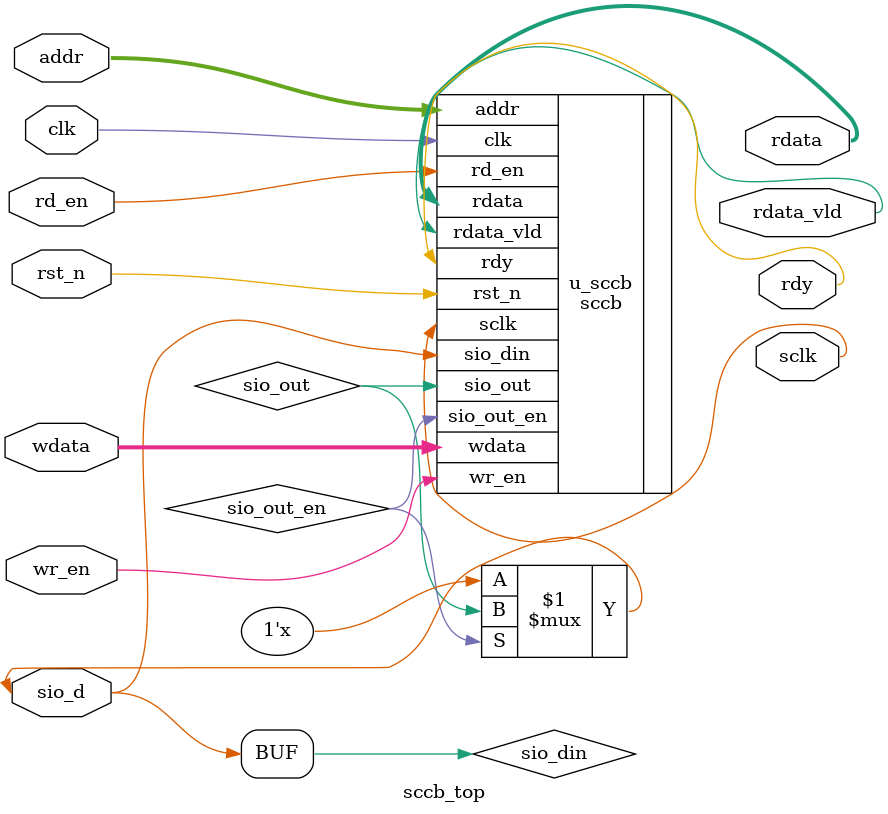
<source format=v>
module sccb_top(
    clk,
    rst_n,
    addr,
    wr_en,
    wdata,
    rd_en,
    rdata,
    rdata_vld,
    sclk,
    sio_d,
    rdy
);

input clk;
input rst_n;
input [7:0] addr;
input wr_en;
input [7:0] wdata;
input rd_en;
output [7:0] rdata;
output rdata_vld;
output sclk;
inout sio_d;
output rdy;

wire sio_out;
wire sio_out_en;
wire sio_din;

// 三态门电路
assign sio_d = sio_out_en ? sio_out : 1'bz;
assign sio_din = sio_d;

sccb u_sccb(
    .clk        ( clk        ),
    .rst_n      ( rst_n      ),
    .addr       ( addr       ),
    .wr_en      ( wr_en      ),
    .wdata      ( wdata      ),
    .rd_en      ( rd_en      ),
    .rdata      ( rdata      ),
    .rdata_vld  ( rdata_vld  ),
    .sclk       ( sclk       ),
    .sio_out    ( sio_out    ),
    .sio_out_en ( sio_out_en ),
    .sio_din    ( sio_din    ),
    .rdy        ( rdy        )
);


endmodule
</source>
